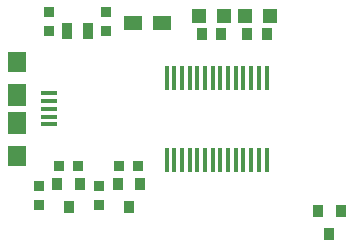
<source format=gtp>
G04*
G04 #@! TF.GenerationSoftware,Altium Limited,Altium Designer,19.1.7 (138)*
G04*
G04 Layer_Color=8421504*
%FSLAX25Y25*%
%MOIN*%
G70*
G01*
G75*
%ADD16R,0.03543X0.03937*%
%ADD17R,0.04724X0.04724*%
%ADD18R,0.03740X0.03937*%
%ADD19R,0.03543X0.03740*%
%ADD20R,0.03740X0.03543*%
%ADD21R,0.05315X0.01575*%
%ADD22R,0.05906X0.07087*%
%ADD23R,0.05906X0.07480*%
%ADD24R,0.06299X0.04921*%
%ADD25R,0.03347X0.05512*%
%ADD26O,0.01575X0.08268*%
D16*
X112652Y11252D02*
D03*
X105144D02*
D03*
X108898Y3472D02*
D03*
X25722Y20268D02*
D03*
X18215D02*
D03*
X21969Y12488D02*
D03*
X45840Y20268D02*
D03*
X38333D02*
D03*
X42087Y12488D02*
D03*
D17*
X88976Y76339D02*
D03*
X80709D02*
D03*
X73701D02*
D03*
X65433D02*
D03*
D18*
X66398Y70276D02*
D03*
X72894D02*
D03*
X81595D02*
D03*
X88091D02*
D03*
D19*
X12087Y13228D02*
D03*
Y19527D02*
D03*
X34370Y77638D02*
D03*
Y71339D02*
D03*
X15473Y77638D02*
D03*
Y71339D02*
D03*
X32047Y13228D02*
D03*
Y19527D02*
D03*
D20*
X38858Y26102D02*
D03*
X45158D02*
D03*
X18858D02*
D03*
X25157D02*
D03*
D21*
X15433Y50394D02*
D03*
Y40157D02*
D03*
Y42717D02*
D03*
Y45276D02*
D03*
Y47835D02*
D03*
D22*
X4902Y29528D02*
D03*
Y61024D02*
D03*
D23*
Y40551D02*
D03*
Y50000D02*
D03*
D24*
X53268Y74016D02*
D03*
X43425D02*
D03*
D25*
X28346Y71339D02*
D03*
X21457D02*
D03*
D26*
X54705Y28307D02*
D03*
X57264D02*
D03*
X59823D02*
D03*
X62382D02*
D03*
X64941D02*
D03*
X67500D02*
D03*
X70059D02*
D03*
X72618D02*
D03*
X75177D02*
D03*
X77736D02*
D03*
X80295D02*
D03*
X82854D02*
D03*
X85413D02*
D03*
X87972D02*
D03*
X54705Y55472D02*
D03*
X57264D02*
D03*
X59823D02*
D03*
X62382D02*
D03*
X64941D02*
D03*
X67500D02*
D03*
X70059D02*
D03*
X72618D02*
D03*
X75177D02*
D03*
X77736D02*
D03*
X80295D02*
D03*
X82854D02*
D03*
X85413D02*
D03*
X87972D02*
D03*
M02*

</source>
